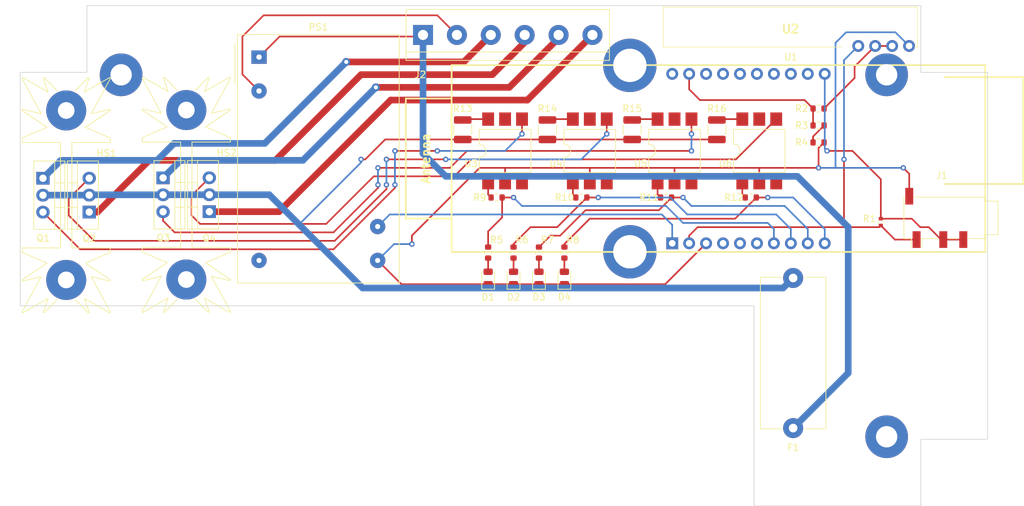
<source format=kicad_pcb>
(kicad_pcb (version 20221018) (generator pcbnew)
  (layers (0 "F.Cu" signal) (31 "B.Cu" signal) (34 "B.Paste" user) (35 "F.Paste" user) (36 "B.SilkS" user "B.Silkscreen") (37 "F.SilkS" user "F.Silkscreen") (38 "B.Mask" user) (39 "F.Mask" user) (44 "Edge.Cuts" user))
  (net 0 "")
  (net 1 "GND")
  (net 2 "Net-(D1-A)")
  (net 3 "Net-(D2-A)")
  (net 4 "Net-(D3-A)")
  (net 5 "Net-(D4-A)")
  (net 6 "LINE")
  (net 7 "Net-(Q1-A2)")
  (net 8 "Net-(U1-GPIO13)")
  (net 9 "+3V3")
  (net 10 "NEUT")
  (net 11 "Net-(J2-Pin_3)")
  (net 12 "Net-(J2-Pin_4)")
  (net 13 "Net-(J2-Pin_5)")
  (net 14 "Net-(J2-Pin_6)")
  (net 16 "+5V")
  (net 17 "Net-(Q1-G)")
  (net 18 "Net-(Q2-G)")
  (net 19 "Net-(Q3-G)")
  (net 20 "Net-(Q4-G)")
  (net 21 "Net-(U1-GPIO36)")
  (net 22 "Net-(R2-Pad2)")
  (net 23 "Net-(R3-Pad2)")
  (net 24 "Net-(U1-GPIO2)")
  (net 25 "Net-(U1-GPIO3)")
  (net 26 "Net-(U1-GPIO4)")
  (net 27 "Net-(U1-GPIO5)")
  (net 28 "Net-(R9-Pad1)")
  (net 29 "Net-(R10-Pad1)")
  (net 30 "Net-(R11-Pad1)")
  (net 31 "Net-(R12-Pad1)")
  (net 32 "Net-(R13-Pad2)")
  (net 33 "Net-(R14-Pad2)")
  (net 34 "Net-(R15-Pad2)")
  (net 35 "Net-(R16-Pad2)")
  (footprint "Diode_SMD:D_0805_2012Metric" (layer "F.Cu") (at 160.97 91.93 90)
    (fp_text reference "D4" (at -2.84 0 180) (layer "F.SilkS"))
    (fp_text value "LED")
    (pad "1" smd roundrect (at -0.9375 0 90) (size 0.975 1.4) (layers "F.Cu" "F.Paste" "F.Mask") (net 1 "GND"))
    (pad "2" smd roundrect (at 0.9375 0 90) (size 0.975 1.4) (layers "F.Cu" "F.Paste" "F.Mask") (net 5 "Net-(D4-A)"))
  )
  (footprint "Diode_SMD:D_0805_2012Metric" (layer "F.Cu") (at 149.54 91.93 90)
    (fp_text reference "D1" (at -2.8725 0 180) (layer "F.SilkS"))
    (fp_text value "LED")
    (pad "1" smd roundrect (at -0.9375 0 90) (size 0.975 1.4) (layers "F.Cu" "F.Paste" "F.Mask") (net 1 "GND"))
    (pad "2" smd roundrect (at 0.9375 0 90) (size 0.975 1.4) (layers "F.Cu" "F.Paste" "F.Mask") (net 2 "Net-(D1-A)"))
  )
  (footprint "TerminalBlock:TerminalBlock_bornier-6_P5.08mm" (layer "F.Cu") (at 139.78 55.5)
    (fp_text reference "J2" (at -0.4 5.95) (layer "F.SilkS"))
    (fp_text value "Main + Sorties")
    (pad "1" thru_hole rect (at 0 0) (size 3 3) (drill 1.52) (layers "*.Cu" "*.Mask") (net 6 "LINE"))
    (pad "2" thru_hole circle (at 5.08 0) (size 3 3) (drill 1.52) (layers "*.Cu" "*.Mask") (net 10 "NEUT"))
    (pad "3" thru_hole circle (at 10.16 0) (size 3 3) (drill 1.52) (layers "*.Cu" "*.Mask") (net 11 "Net-(J2-Pin_3)"))
    (pad "4" thru_hole circle (at 15.24 0) (size 3 3) (drill 1.52) (layers "*.Cu" "*.Mask") (net 12 "Net-(J2-Pin_4)"))
    (pad "5" thru_hole circle (at 20.32 0) (size 3 3) (drill 1.52) (layers "*.Cu" "*.Mask") (net 13 "Net-(J2-Pin_5)"))
    (pad "6" thru_hole circle (at 25.4 0) (size 3 3) (drill 1.52) (layers "*.Cu" "*.Mask") (net 14 "Net-(J2-Pin_6)"))
  )
  (footprint "Resistor_SMD:R_1210_3225Metric" (layer "F.Cu") (at 158.43 69.705 90)
    (fp_text reference "R14" (at 3.175 0 180) (layer "F.SilkS"))
    (fp_text value "360Ω/0.5W")
    (pad "1" smd roundrect (at -1.4625 0 90) (size 1.125 2.65) (layers "F.Cu" "F.Paste" "F.Mask") (roundrect_rratio 0.2222222222) (net 7 "Net-(Q1-A2)"))
    (pad "2" smd roundrect (at 1.4625 0 90) (size 1.125 2.65) (layers "F.Cu" "F.Paste" "F.Mask") (roundrect_rratio 0.2222222222) (net 33 "Net-(R14-Pad2)"))
  )
  (footprint "" (layer "F.Cu") (at 209.275 115.725)
    (fp_text reference "" (at 0 0) (layer "F.SilkS") (effects (font (size 1.27 1.27))))
    (fp_text value "" (at 0 0) (layer "F.SilkS") (effects (font (size 1.27 1.27))))
    (pad "1" thru_hole circle (at 0 0) (size 6.4 6.4) (drill 3.2) (layers "*.Cu" "*.Mask"))
  )
  (footprint "Resistor_SMD:R_0603_1608Metric" (layer "F.Cu") (at 199.07 69.07)
    (fp_text reference "R3" (at -2.54 0) (layer "F.SilkS"))
    (fp_text value "10KΩ")
    (pad "1" smd roundrect (at -0.825 0) (size 0.8 0.95) (layers "F.Cu" "F.Paste" "F.Mask") (net 21 "Net-(U1-GPIO36)"))
    (pad "2" smd roundrect (at 0.825 0) (size 0.8 0.95) (layers "F.Cu" "F.Paste" "F.Mask") (net 23 "Net-(R3-Pad2)"))
  )
  (footprint "mylife-footprints:ESP32-POE" (layer "F.Cu") (at 187.165 73.99 90)
    (fp_text reference "U1" (at 15.2 7.75 unlocked) (layer "F.SilkS"))
    (fp_text value "ESP32-POE")
    (fp_text user "Antenna" (at -0.04 -46.965 90) (layer "F.SilkS") (effects (font (size 1.27 1.27) (thickness 0.254))))
    (pad "1" thru_hole rect (at -12.74 -10.03) (size 1.778 1.778) (drill 1) (layers "*.Cu" "*.Mask") (net 16 "+5V"))
    (pad "2" thru_hole circle (at -12.74 -7.49) (size 1.778 1.778) (drill 1) (layers "*.Cu" "*.Mask") (net 9 "+3V3"))
    (pad "3" thru_hole circle (at -12.74 -4.95) (size 1.778 1.778) (drill 1) (layers "*.Cu" "*.Mask") (net 1 "GND"))
    (pad "4" thru_hole circle (at -12.74 -2.41) (size 1.778 1.778) (drill 1) (layers "*.Cu" "*.Mask"))
    (pad "5" thru_hole circle (at -12.74 0.13) (size 1.778 1.778) (drill 1) (layers "*.Cu" "*.Mask"))
    (pad "6" thru_hole circle (at -12.74 2.67) (size 1.778 1.778) (drill 1) (layers "*.Cu" "*.Mask"))
    (pad "7" thru_hole circle (at -12.74 5.21) (size 1.778 1.778) (drill 1) (layers "*.Cu" "*.Mask") (net 24 "Net-(U1-GPIO2)"))
    (pad "8" thru_hole circle (at -12.74 7.75) (size 1.778 1.778) (drill 1) (layers "*.Cu" "*.Mask") (net 25 "Net-(U1-GPIO3)"))
    (pad "9" thru_hole circle (at -12.74 10.29) (size 1.778 1.778) (drill 1) (layers "*.Cu" "*.Mask") (net 26 "Net-(U1-GPIO4)"))
    (pad "10" thru_hole circle (at -12.74 12.83) (size 1.778 1.778) (drill 1) (layers "*.Cu" "*.Mask") (net 27 "Net-(U1-GPIO5)"))
    (pad "11" thru_hole circle (at 12.66 12.83) (size 1.778 1.778) (drill 1) (layers "*.Cu" "*.Mask") (net 8 "Net-(U1-GPIO13)"))
    (pad "12" thru_hole circle (at 12.66 10.29) (size 1.778 1.778) (drill 1) (layers "*.Cu" "*.Mask"))
    (pad "13" thru_hole circle (at 12.66 7.75) (size 1.778 1.778) (drill 1) (layers "*.Cu" "*.Mask"))
    (pad "14" thru_hole circle (at 12.66 5.21) (size 1.778 1.778) (drill 1) (layers "*.Cu" "*.Mask"))
    (pad "15" thru_hole circle (at 12.66 2.67) (size 1.778 1.778) (drill 1) (layers "*.Cu" "*.Mask"))
    (pad "16" thru_hole circle (at 12.66 0.13) (size 1.778 1.778) (drill 1) (layers "*.Cu" "*.Mask"))
    (pad "17" thru_hole circle (at 12.66 -2.41) (size 1.778 1.778) (drill 1) (layers "*.Cu" "*.Mask"))
    (pad "18" thru_hole circle (at 12.66 -4.95) (size 1.778 1.778) (drill 1) (layers "*.Cu" "*.Mask"))
    (pad "19" thru_hole circle (at 12.66 -7.49) (size 1.778 1.778) (drill 1) (layers "*.Cu" "*.Mask") (net 21 "Net-(U1-GPIO36)"))
    (pad "20" thru_hole circle (at 12.66 -10.03) (size 1.778 1.778) (drill 1) (layers "*.Cu" "*.Mask"))
  )
  (footprint "Resistor_SMD:R_0603_1608Metric" (layer "F.Cu") (at 150.81 79.865)
    (fp_text reference "R9" (at -2.54 0) (layer "F.SilkS"))
    (fp_text value "220Ω")
    (pad "1" smd roundrect (at -0.825 0) (size 0.8 0.95) (layers "F.Cu" "F.Paste" "F.Mask") (net 28 "Net-(R9-Pad1)"))
    (pad "2" smd roundrect (at 0.825 0) (size 0.8 0.95) (layers "F.Cu" "F.Paste" "F.Mask") (net 24 "Net-(U1-GPIO2)"))
  )
  (footprint "Diode_SMD:D_0805_2012Metric" (layer "F.Cu") (at 157.16 91.93 90)
    (fp_text reference "D3" (at -2.84 0 180) (layer "F.SilkS"))
    (fp_text value "LED")
    (pad "1" smd roundrect (at -0.9375 0 90) (size 0.975 1.4) (layers "F.Cu" "F.Paste" "F.Mask") (net 1 "GND"))
    (pad "2" smd roundrect (at 0.9375 0 90) (size 0.975 1.4) (layers "F.Cu" "F.Paste" "F.Mask") (net 4 "Net-(D3-A)"))
  )
  (footprint "Resistor_SMD:R_1210_3225Metric" (layer "F.Cu") (at 171.13 69.705 90)
    (fp_text reference "R15" (at 3.175 0 180) (layer "F.SilkS"))
    (fp_text value "360Ω/0.5W")
    (pad "1" smd roundrect (at -1.4625 0 90) (size 1.125 2.65) (layers "F.Cu" "F.Paste" "F.Mask") (roundrect_rratio 0.2222222222) (net 7 "Net-(Q1-A2)"))
    (pad "2" smd roundrect (at 1.4625 0 90) (size 1.125 2.65) (layers "F.Cu" "F.Paste" "F.Mask") (roundrect_rratio 0.2222222222) (net 34 "Net-(R15-Pad2)"))
  )
  (footprint "Resistor_SMD:R_0603_1608Metric" (layer "F.Cu") (at 163.51 79.865)
    (fp_text reference "R10" (at -2.54 0) (layer "F.SilkS"))
    (fp_text value "220Ω")
    (pad "1" smd roundrect (at -0.825 0) (size 0.8 0.95) (layers "F.Cu" "F.Paste" "F.Mask") (net 29 "Net-(R10-Pad1)"))
    (pad "2" smd roundrect (at 0.825 0) (size 0.8 0.95) (layers "F.Cu" "F.Paste" "F.Mask") (net 25 "Net-(U1-GPIO3)"))
  )
  (footprint "Connector_Audio:Jack_3.5mm_PJ320D_Horizontal" (layer "F.Cu") (at 217.588 82.92 180)
    (fp_text reference "J1" (at 0.05 6.35 180) (layer "F.SilkS"))
    (fp_text value "3.5mm headphone jack")
    (pad "" np_thru_hole circle (at -4.775 0 180) (size 1.5 1.5) (drill 1.5) (layers "*.Cu" "*.Mask"))
    (pad "" np_thru_hole circle (at 2.225 0 180) (size 1.5 1.5) (drill 1.5) (layers "*.Cu" "*.Mask"))
    (pad "R1" smd rect (at -0.175 -3.25 180) (size 1.2 2.5) (layers "F.Cu" "F.Paste" "F.Mask") (net 8 "Net-(U1-GPIO13)"))
    (pad "R2" smd rect (at -3.175 -3.25 180) (size 1.2 2.5) (layers "F.Cu" "F.Paste" "F.Mask") (net 8 "Net-(U1-GPIO13)"))
    (pad "S" smd rect (at 4.925 3.25 180) (size 1.2 2.5) (layers "F.Cu" "F.Paste" "F.Mask") (net 1 "GND"))
    (pad "T" smd rect (at 3.825 -3.25 180) (size 1.2 2.5) (layers "F.Cu" "F.Paste" "F.Mask") (net 9 "+3V3"))
  )
  (footprint "" (layer "F.Cu") (at 94.525 61.475)
    (fp_text reference "" (at 0 0) (layer "F.SilkS") (effects (font (size 1.27 1.27))))
    (fp_text value "" (at 0 0) (layer "F.SilkS") (effects (font (size 1.27 1.27))))
    (pad "1" thru_hole circle (at 0 0) (size 6.4 6.4) (drill 3.2) (layers "*.Cu" "*.Mask"))
  )
  (footprint "Package_DIP:SMDIP-6_W9.53mm" (layer "F.Cu") (at 177.48 72.88 90)
    (fp_text reference "U5" (at -1.905 -5.08 180) (layer "F.SilkS"))
    (fp_text value "MOC3021S")
    (pad "1" smd rect (at -4.765 -2.54 90) (size 2 1.78) (layers "F.Cu" "F.Paste" "F.Mask") (net 30 "Net-(R11-Pad1)"))
    (pad "2" smd rect (at -4.765 0 90) (size 2 1.78) (layers "F.Cu" "F.Paste" "F.Mask") (net 1 "GND"))
    (pad "3" smd rect (at -4.765 2.54 90) (size 2 1.78) (layers "F.Cu" "F.Paste" "F.Mask"))
    (pad "4" smd rect (at 4.765 2.54 90) (size 2 1.78) (layers "F.Cu" "F.Paste" "F.Mask") (net 19 "Net-(Q3-G)"))
    (pad "5" smd rect (at 4.765 0 90) (size 2 1.78) (layers "F.Cu" "F.Paste" "F.Mask"))
    (pad "6" smd rect (at 4.765 -2.54 90) (size 2 1.78) (layers "F.Cu" "F.Paste" "F.Mask") (net 34 "Net-(R15-Pad2)"))
  )
  (footprint "mylife-footprints:QAM-RX10-433" (layer "F.Cu") (at 194.86 54.61)
    (fp_text reference "U2" (at 0 0) (layer "F.SilkS") (effects (font (size 1.27 1.27) (thickness 0.254))))
    (fp_text value "QAM-RX10-433" hide)
    (pad "1" thru_hole circle (at 10.16 2.54 90) (size 1.778 1.778) (drill 1) (layers "*.Cu" "*.Mask") (net 9 "+3V3"))
    (pad "2" thru_hole circle (at 12.7 2.54 90) (size 1.778 1.778) (drill 1) (layers "*.Cu" "*.Mask") (net 22 "Net-(R2-Pad2)"))
    (pad "3" thru_hole circle (at 15.24 2.54 90) (size 1.778 1.778) (drill 1) (layers "*.Cu" "*.Mask") (net 22 "Net-(R2-Pad2)"))
    (pad "4" thru_hole circle (at 17.78 2.54 90) (size 1.778 1.778) (drill 1) (layers "*.Cu" "*.Mask") (net 1 "GND"))
  )
  (footprint "Diode_SMD:D_0805_2012Metric" (layer "F.Cu") (at 153.35 91.93 90)
    (fp_text reference "D2" (at -2.8725 0 180) (layer "F.SilkS"))
    (fp_text value "LED")
    (pad "1" smd roundrect (at -0.9375 0 90) (size 0.975 1.4) (layers "F.Cu" "F.Paste" "F.Mask") (net 1 "GND"))
    (pad "2" smd roundrect (at 0.9375 0 90) (size 0.975 1.4) (layers "F.Cu" "F.Paste" "F.Mask") (net 3 "Net-(D2-A)"))
  )
  (footprint "Package_TO_SOT_THT:TO-220-3_Vertical" (layer "F.Cu") (at 100.815 76.92 -90)
    (fp_text reference "Q3" (at 8.99 -0.035 180) (layer "F.SilkS"))
    (fp_text value "BT136-600E")
    (pad "1" thru_hole rect (at 0 0 270) (size 1.905 2) (drill 1.1) (layers "*.Cu" "*.Mask") (net 13 "Net-(J2-Pin_5)"))
    (pad "2" thru_hole oval (at 2.54 0 270) (size 1.905 2) (drill 1.1) (layers "*.Cu" "*.Mask") (net 7 "Net-(Q1-A2)"))
    (pad "3" thru_hole oval (at 5.08 0 270) (size 1.905 2) (drill 1.1) (layers "*.Cu" "*.Mask") (net 19 "Net-(Q3-G)"))
  )
  (footprint "Resistor_SMD:R_0603_1608Metric" (layer "F.Cu") (at 176.21 79.865)
    (fp_text reference "R11" (at -2.54 0) (layer "F.SilkS"))
    (fp_text value "220Ω")
    (pad "1" smd roundrect (at -0.825 0) (size 0.8 0.95) (layers "F.Cu" "F.Paste" "F.Mask") (net 30 "Net-(R11-Pad1)"))
    (pad "2" smd roundrect (at 0.825 0) (size 0.8 0.95) (layers "F.Cu" "F.Paste" "F.Mask") (net 26 "Net-(U1-GPIO4)"))
  )
  (footprint "Package_TO_SOT_THT:TO-220-3_Vertical" (layer "F.Cu") (at 107.75 81.99 90)
    (fp_text reference "Q4" (at -3.97 0 180) (layer "F.SilkS"))
    (fp_text value "BT136-600E")
    (pad "1" thru_hole rect (at 0 0 90) (size 1.905 2) (drill 1.1) (layers "*.Cu" "*.Mask") (net 14 "Net-(J2-Pin_6)"))
    (pad "2" thru_hole oval (at 2.54 0 90) (size 1.905 2) (drill 1.1) (layers "*.Cu" "*.Mask") (net 7 "Net-(Q1-A2)"))
    (pad "3" thru_hole oval (at 5.08 0 90) (size 1.905 2) (drill 1.1) (layers "*.Cu" "*.Mask") (net 20 "Net-(Q4-G)"))
  )
  (footprint "Package_TO_SOT_THT:TO-220-3_Vertical" (layer "F.Cu") (at 89.745 82.05 90)
    (fp_text reference "Q2" (at -3.97 0 180) (layer "F.SilkS"))
    (fp_text value "BT136-600E")
    (pad "1" thru_hole rect (at 0 0 90) (size 1.905 2) (drill 1.1) (layers "*.Cu" "*.Mask") (net 12 "Net-(J2-Pin_4)"))
    (pad "2" thru_hole oval (at 2.54 0 90) (size 1.905 2) (drill 1.1) (layers "*.Cu" "*.Mask") (net 7 "Net-(Q1-A2)"))
    (pad "3" thru_hole oval (at 5.08 0 90) (size 1.905 2) (drill 1.1) (layers "*.Cu" "*.Mask") (net 18 "Net-(Q2-G)"))
  )
  (footprint "Resistor_SMD:R_0603_1608Metric" (layer "F.Cu") (at 199.07 71.61)
    (fp_text reference "R4" (at -2.54 0) (layer "F.SilkS"))
    (fp_text value "10KΩ")
    (pad "1" smd roundrect (at -0.825 0) (size 0.8 0.95) (layers "F.Cu" "F.Paste" "F.Mask") (net 23 "Net-(R3-Pad2)"))
    (pad "2" smd roundrect (at 0.825 0) (size 0.8 0.95) (layers "F.Cu" "F.Paste" "F.Mask") (net 1 "GND"))
  )
  (footprint "Converter_ACDC:Converter_ACDC_MeanWell_IRM-03-xx_THT" (layer "F.Cu") (at 115.2 58.82)
    (fp_text reference "PS1" (at 8.89 -4.5) (layer "F.SilkS"))
    (fp_text value "Alim RS PRO 5V 1A")
    (pad "1" thru_hole rect (at 0 0) (size 2.3 2) (drill 0.8) (layers "*.Cu" "*.Mask") (net 6 "LINE"))
    (pad "3" thru_hole circle (at 0 5.08) (size 2.3 2.3) (drill 0.8) (layers "*.Cu" "*.Mask") (net 10 "NEUT"))
    (pad "5" thru_hole circle (at 0 30.48) (size 2.3 2.3) (drill 0.76) (layers "*.Cu" "*.Mask"))
    (pad "14" thru_hole circle (at 17.78 30.48) (size 2.3 2.3) (drill 0.76) (layers "*.Cu" "*.Mask") (net 1 "GND"))
    (pad "16" thru_hole circle (at 17.78 25.4) (size 2.3 2.3) (drill 0.76) (layers "*.Cu" "*.Mask") (net 16 "+5V"))
  )
  (footprint "Resistor_SMD:R_1210_3225Metric" (layer "F.Cu") (at 183.83 69.705 90)
    (fp_text reference "R16" (at 3.175 0 180) (layer "F.SilkS"))
    (fp_text value "360Ω/0.5W")
    (pad "1" smd roundrect (at -1.4625 0 90) (size 1.125 2.65) (layers "F.Cu" "F.Paste" "F.Mask") (roundrect_rratio 0.2222222222) (net 7 "Net-(Q1-A2)"))
    (pad "2" smd roundrect (at 1.4625 0 90) (size 1.125 2.65) (layers "F.Cu" "F.Paste" "F.Mask") (roundrect_rratio 0.2222222222) (net 35 "Net-(R16-Pad2)"))
  )
  (footprint "Package_DIP:SMDIP-6_W9.53mm" (layer "F.Cu") (at 190.18 72.88 90)
    (fp_text reference "U6" (at -1.905 -5.08 180) (layer "F.SilkS"))
    (fp_text value "MOC3021S")
    (pad "1" smd rect (at -4.765 -2.54 90) (size 2 1.78) (layers "F.Cu" "F.Paste" "F.Mask") (net 31 "Net-(R12-Pad1)"))
    (pad "2" smd rect (at -4.765 0 90) (size 2 1.78) (layers "F.Cu" "F.Paste" "F.Mask") (net 1 "GND"))
    (pad "3" smd rect (at -4.765 2.54 90) (size 2 1.78) (layers "F.Cu" "F.Paste" "F.Mask"))
    (pad "4" smd rect (at 4.765 2.54 90) (size 2 1.78) (layers "F.Cu" "F.Paste" "F.Mask") (net 20 "Net-(Q4-G)"))
    (pad "5" smd rect (at 4.765 0 90) (size 2 1.78) (layers "F.Cu" "F.Paste" "F.Mask"))
    (pad "6" smd rect (at 4.765 -2.54 90) (size 2 1.78) (layers "F.Cu" "F.Paste" "F.Mask") (net 35 "Net-(R16-Pad2)"))
  )
  (footprint "Heatsink:Heatsink_Fischer_SK104-STC-STIC_35x13mm_2xDrill2.5mm" (layer "F.Cu") (at 86.295 79.52 -90)
    (fp_text reference "HS1" (at -6.3 -6.05) (layer "F.SilkS"))
    (fp_text value "Heatsink (shared by 2 triacs)")
    (pad "1" thru_hole circle (at -12.7 0 90) (size 6 6) (drill 2.5) (layers "*.Cu" "*.Mask"))
    (pad "1" thru_hole circle (at 12.7 0 270) (size 6 6) (drill 2.5) (layers "*.Cu" "*.Mask"))
  )
  (footprint "" (layer "F.Cu") (at 170.785 60.06)
    (fp_text reference "" (at 0 0) (layer "F.SilkS") (effects (font (size 1.27 1.27))))
    (fp_text value "" (at 0 0) (layer "F.SilkS") (effects (font (size 1.27 1.27))))
    (pad "1" thru_hole circle (at 0 0) (size 8 8) (drill 5) (layers "*.Cu" "*.Mask"))
  )
  (footprint "Resistor_SMD:R_0402_1005Metric" (layer "F.Cu") (at 208.4 83.55 90)
    (fp_text reference "R1" (at 0.51 -1.71 180) (layer "F.SilkS"))
    (fp_text value "4.7KΩ")
    (pad "1" smd roundrect (at -0.51 0 90) (size 0.54 0.64) (layers "F.Cu" "F.Paste" "F.Mask") (net 9 "+3V3"))
    (pad "2" smd roundrect (at 0.51 0 90) (size 0.54 0.64) (layers "F.Cu" "F.Paste" "F.Mask") (net 8 "Net-(U1-GPIO13)"))
  )
  (footprint "Resistor_SMD:R_0603_1608Metric" (layer "F.Cu") (at 199.07 66.53)
    (fp_text reference "R2" (at -2.54 0) (layer "F.SilkS"))
    (fp_text value "10KΩ")
    (pad "1" smd roundrect (at -0.825 0) (size 0.8 0.95) (layers "F.Cu" "F.Paste" "F.Mask") (net 21 "Net-(U1-GPIO36)"))
    (pad "2" smd roundrect (at 0.825 0) (size 0.8 0.95) (layers "F.Cu" "F.Paste" "F.Mask") (net 22 "Net-(R2-Pad2)"))
  )
  (footprint "Resistor_SMD:R_1210_3225Metric" (layer "F.Cu") (at 145.73 69.705 90)
    (fp_text reference "R13" (at 3.175 0 180) (layer "F.SilkS"))
    (fp_text value "360Ω/0.5W")
    (pad "1" smd roundrect (at -1.4625 0 90) (size 1.125 2.65) (layers "F.Cu" "F.Paste" "F.Mask") (roundrect_rratio 0.2222222222) (net 7 "Net-(Q1-A2)"))
    (pad "2" smd roundrect (at 1.4625 0 90) (size 1.125 2.65) (layers "F.Cu" "F.Paste" "F.Mask") (roundrect_rratio 0.2222222222) (net 32 "Net-(R13-Pad2)"))
  )
  (footprint "Resistor_SMD:R_0603_1608Metric" (layer "F.Cu") (at 160.97 88.12 -90)
    (fp_text reference "R8" (at -1.905 -1.27 180) (layer "F.SilkS"))
    (fp_text value "330Ω")
    (pad "1" smd roundrect (at -0.825 0 270) (size 0.8 0.95) (layers "F.Cu" "F.Paste" "F.Mask") (net 27 "Net-(U1-GPIO5)"))
    (pad "2" smd roundrect (at 0.825 0 270) (size 0.8 0.95) (layers "F.Cu" "F.Paste" "F.Mask") (net 5 "Net-(D4-A)"))
  )
  (footprint "Package_TO_SOT_THT:TO-220-3_Vertical" (layer "F.Cu") (at 82.81 76.98 -90)
    (fp_text reference "Q1" (at 8.99 -0.035 180) (layer "F.SilkS"))
    (fp_text value "BT136-600E")
    (pad "1" thru_hole rect (at 0 0 270) (size 1.905 2) (drill 1.1) (layers "*.Cu" "*.Mask") (net 11 "Net-(J2-Pin_3)"))
    (pad "2" thru_hole oval (at 2.54 0 270) (size 1.905 2) (drill 1.1) (layers "*.Cu" "*.Mask") (net 7 "Net-(Q1-A2)"))
    (pad "3" thru_hole oval (at 5.08 0 270) (size 1.905 2) (drill 1.1) (layers "*.Cu" "*.Mask") (net 17 "Net-(Q1-G)"))
  )
  (footprint "Resistor_SMD:R_0603_1608Metric" (layer "F.Cu") (at 188.91 79.865)
    (fp_text reference "R12" (at -2.54 0) (layer "F.SilkS"))
    (fp_text value "220Ω")
    (pad "1" smd roundrect (at -0.825 0) (size 0.8 0.95) (layers "F.Cu" "F.Paste" "F.Mask") (net 31 "Net-(R12-Pad1)"))
    (pad "2" smd roundrect (at 0.825 0) (size 0.8 0.95) (layers "F.Cu" "F.Paste" "F.Mask") (net 27 "Net-(U1-GPIO5)"))
  )
  (footprint "Resistor_SMD:R_0603_1608Metric" (layer "F.Cu") (at 153.35 88.12 -90)
    (fp_text reference "R6" (at -1.905 -1.27 180) (layer "F.SilkS"))
    (fp_text value "330Ω")
    (pad "1" smd roundrect (at -0.825 0 270) (size 0.8 0.95) (layers "F.Cu" "F.Paste" "F.Mask") (net 25 "Net-(U1-GPIO3)"))
    (pad "2" smd roundrect (at 0.825 0 270) (size 0.8 0.95) (layers "F.Cu" "F.Paste" "F.Mask") (net 3 "Net-(D2-A)"))
  )
  (footprint "Resistor_SMD:R_0603_1608Metric" (layer "F.Cu") (at 157.16 88.12 -90)
    (fp_text reference "R7" (at -1.905 -1.27 180) (layer "F.SilkS"))
    (fp_text value "330Ω")
    (pad "1" smd roundrect (at -0.825 0 270) (size 0.8 0.95) (layers "F.Cu" "F.Paste" "F.Mask") (net 26 "Net-(U1-GPIO4)"))
    (pad "2" smd roundrect (at 0.825 0 270) (size 0.8 0.95) (layers "F.Cu" "F.Paste" "F.Mask") (net 4 "Net-(D3-A)"))
  )
  (footprint "Resistor_SMD:R_0603_1608Metric" (layer "F.Cu") (at 149.54 88.12 -90)
    (fp_text reference "R5" (at -1.905 -1.27 -180) (layer "F.SilkS"))
    (fp_text value "330Ω")
    (pad "1" smd roundrect (at -0.825 0 270) (size 0.8 0.95) (layers "F.Cu" "F.Paste" "F.Mask") (net 24 "Net-(U1-GPIO2)"))
    (pad "2" smd roundrect (at 0.825 0 270) (size 0.8 0.95) (layers "F.Cu" "F.Paste" "F.Mask") (net 2 "Net-(D1-A)"))
  )
  (footprint "Package_DIP:SMDIP-6_W9.53mm" (layer "F.Cu") (at 164.78 72.88 90)
    (fp_text reference "U4" (at -1.905 -5.08 180) (layer "F.SilkS"))
    (fp_text value "MOC3021S")
    (pad "1" smd rect (at -4.765 -2.54 90) (size 2 1.78) (layers "F.Cu" "F.Paste" "F.Mask") (net 29 "Net-(R10-Pad1)"))
    (pad "2" smd rect (at -4.765 0 90) (size 2 1.78) (layers "F.Cu" "F.Paste" "F.Mask") (net 1 "GND"))
    (pad "3" smd rect (at -4.765 2.54 90) (size 2 1.78) (layers "F.Cu" "F.Paste" "F.Mask"))
    (pad "4" smd rect (at 4.765 2.54 90) (size 2 1.78) (layers "F.Cu" "F.Paste" "F.Mask") (net 18 "Net-(Q2-G)"))
    (pad "5" smd rect (at 4.765 0 90) (size 2 1.78) (layers "F.Cu" "F.Paste" "F.Mask"))
    (pad "6" smd rect (at 4.765 -2.54 90) (size 2 1.78) (layers "F.Cu" "F.Paste" "F.Mask") (net 33 "Net-(R14-Pad2)"))
  )
  (footprint "" (layer "F.Cu") (at 209.275 61.475)
    (fp_text reference "" (at 0 0) (layer "F.SilkS") (effects (font (size 1.27 1.27))))
    (fp_text value "" (at 0 0) (layer "F.SilkS") (effects (font (size 1.27 1.27))))
    (pad "1" thru_hole circle (at 0 0) (size 6.4 6.4) (drill 3.2) (layers "*.Cu" "*.Mask"))
  )
  (footprint "Heatsink:Heatsink_Fischer_SK104-STC-STIC_35x13mm_2xDrill2.5mm" (layer "F.Cu") (at 104.3 79.46 -90)
    (fp_text reference "HS2" (at -6.3 -6.05 180) (layer "F.SilkS"))
    (fp_text value "Heatsink (shared by 2 triacs)")
    (pad "1" thru_hole circle (at -12.7 0 90) (size 6 6) (drill 2.5) (layers "*.Cu" "*.Mask"))
    (pad "1" thru_hole circle (at 12.7 0 270) (size 6 6) (drill 2.5) (layers "*.Cu" "*.Mask"))
  )
  (footprint "Fuse:Fuseholder_Cylinder-5x20mm_Schurter_0031_8201_Horizontal_Open" (layer "F.Cu") (at 195.26 114.43 90)
    (fp_text reference "F1" (at -2.9 0 180) (layer "F.SilkS"))
    (fp_text value "3A")
    (pad "" np_thru_hole circle (at 11.25 0 90) (size 2.7 2.7) (drill 2.7) (layers "*.Cu" "*.Mask"))
    (pad "1" thru_hole circle (at 0 0 90) (size 3 3) (drill 1.3) (layers "*.Cu" "*.Mask") (net 6 "LINE"))
    (pad "2" thru_hole circle (at 22.5 0 90) (size 3 3) (drill 1.3) (layers "*.Cu" "*.Mask") (net 7 "Net-(Q1-A2)"))
  )
  (footprint "Package_DIP:SMDIP-6_W9.53mm" (layer "F.Cu") (at 152.08 72.88 90)
    (fp_text reference "U3" (at -1.905 -5.08 180) (layer "F.SilkS"))
    (fp_text value "MOC3021S")
    (pad "1" smd rect (at -4.765 -2.54 90) (size 2 1.78) (layers "F.Cu" "F.Paste" "F.Mask") (net 28 "Net-(R9-Pad1)"))
    (pad "2" smd rect (at -4.765 0 90) (size 2 1.78) (layers "F.Cu" "F.Paste" "F.Mask") (net 1 "GND"))
    (pad "3" smd rect (at -4.765 2.54 90) (size 2 1.78) (layers "F.Cu" "F.Paste" "F.Mask"))
    (pad "4" smd rect (at 4.765 2.54 90) (size 2 1.78) (layers "F.Cu" "F.Paste" "F.Mask") (net 17 "Net-(Q1-G)"))
    (pad "5" smd rect (at 4.765 0 90) (size 2 1.78) (layers "F.Cu" "F.Paste" "F.Mask"))
    (pad "6" smd rect (at 4.765 -2.54 90) (size 2 1.78) (layers "F.Cu" "F.Paste" "F.Mask") (net 32 "Net-(R13-Pad2)"))
  )
  (footprint "" (layer "F.Cu") (at 170.785 88)
    (fp_text reference "" (at 0 0) (layer "F.SilkS") (effects (font (size 1.27 1.27))))
    (fp_text value "" (at 0 0) (layer "F.SilkS") (effects (font (size 1.27 1.27))))
    (pad "1" thru_hole circle (at 0 0) (size 8 8) (drill 5) (layers "*.Cu" "*.Mask"))
  )
  (gr_poly (pts (xy 79.4 96.1) (xy 79.4 61.1) (xy 89.4 61.1) (xy 89.4 51.1) (xy 214.4 51.1) (xy 214.4 61.1) (xy 224.4 61.1) (xy 224.4 116.1) (xy 214.4 116.1) (xy 214.4 126.1) (xy 189.4 126.1) (xy 189.4 96.1)) (stroke (width 0.1)) (fill none) (layer "Edge.Cuts"))
  (segment (start 212.663 76.313) (end 212.663 79.67) (width 0.25) (layer "F.Cu") (net 1))
  (segment (start 152.08 75.42) (end 148.27 75.42) (width 0.25) (layer "F.Cu") (net 1))
  (segment (start 153.35 92.8675) (end 157.16 92.8675) (width 0.25) (layer "F.Cu") (net 1))
  (segment (start 149.54 92.8675) (end 153.35 92.8675) (width 0.25) (layer "F.Cu") (net 1))
  (segment (start 182.215 86.73) (end 176.0775 92.8675) (width 0.25) (layer "F.Cu") (net 1))
  (segment (start 211.77 75.42) (end 212.663 76.313) (width 0.25) (layer "F.Cu") (net 1))
  (segment (start 152.08 75.42) (end 199.07 75.42) (width 0.25) (layer "F.Cu") (net 1))
  (segment (start 152.08 77.645) (end 152.08 75.42) (width 0.25) (layer "F.Cu") (net 1))
  (segment (start 190.18 75.42) (end 190.18 77.645) (width 0.25) (layer "F.Cu") (net 1))
  (segment (start 164.78 75.42) (end 164.78 77.645) (width 0.25) (layer "F.Cu") (net 1))
  (segment (start 176.0775 92.8675) (end 160.97 92.8675) (width 0.25) (layer "F.Cu") (net 1))
  (segment (start 138.11 85.58) (end 138.11 86.85) (width 0.25) (layer "F.Cu") (net 1))
  (segment (start 157.16 92.8675) (end 160.97 92.8675) (width 0.25) (layer "F.Cu") (net 1))
  (segment (start 136.5475 92.8675) (end 132.98 89.3) (width 0.25) (layer "F.Cu") (net 1))
  (segment (start 149.54 92.8675) (end 136.5475 92.8675) (width 0.25) (layer "F.Cu") (net 1))
  (segment (start 199.895 71.61) (end 199.07 72.435) (width 0.25) (layer "F.Cu") (net 1))
  (segment (start 177.48 77.645) (end 177.48 75.42) (width 0.25) (layer "F.Cu") (net 1))
  (segment (start 138.11 85.58) (end 148.27 75.42) (width 0.25) (layer "F.Cu") (net 1))
  (segment (start 199.07 72.435) (end 199.07 75.42) (width 0.25) (layer "F.Cu") (net 1))
  (via (at 138.11 86.85) (size 0.8) (drill 0.4) (layers "F.Cu" "B.Cu") (net 1))
  (via (at 199.07 75.42) (size 0.8) (drill 0.4) (layers "F.Cu" "B.Cu") (net 1))
  (via (at 211.77 75.42) (size 0.8) (drill 0.4) (layers "F.Cu" "B.Cu") (net 1))
  (segment (start 203.2 55.1) (end 201.61 56.69) (width 0.25) (layer "B.Cu") (net 1))
  (segment (start 201.61 56.69) (end 201.61 75.42) (width 0.25) (layer "B.Cu") (net 1))
  (segment (start 135.43 86.85) (end 132.98 89.3) (width 0.25) (layer "B.Cu") (net 1))
  (segment (start 210.59 55.1) (end 203.2 55.1) (width 0.25) (layer "B.Cu") (net 1))
  (segment (start 138.11 86.85) (end 135.43 86.85) (width 0.25) (layer "B.Cu") (net 1))
  (segment (start 212.64 57.15) (end 210.59 55.1) (width 0.25) (layer "B.Cu") (net 1))
  (segment (start 199.07 75.42) (end 201.61 75.42) (width 0.25) (layer "B.Cu") (net 1))
  (segment (start 201.61 75.42) (end 211.77 75.42) (width 0.25) (layer "B.Cu") (net 1))
  (segment (start 149.54 90.9925) (end 149.54 88.945) (width 0.25) (layer "F.Cu") (net 2))
  (segment (start 153.35 90.9925) (end 153.35 88.945) (width 0.25) (layer "F.Cu") (net 3))
  (segment (start 157.16 90.9925) (end 157.16 88.945) (width 0.25) (layer "F.Cu") (net 4))
  (segment (start 160.97 90.9925) (end 160.97 88.945) (width 0.25) (layer "F.Cu") (net 5))
  (segment (start 139.38 55.735) (end 139.615 55.5) (width 0.25) (layer "F.Cu") (net 6))
  (segment (start 118.285 55.735) (end 139.38 55.735) (width 0.25) (layer "F.Cu") (net 6))
  (segment (start 139.615 55.5) (end 139.78 55.5) (width 0.25) (layer "F.Cu") (net 6))
  (segment (start 115.2 58.82) (end 118.285 55.735) (width 0.25) (layer "F.Cu") (net 6))
  (segment (start 143.19 76.69) (end 139.78 73.28) (width 1) (layer "B.Cu") (net 6))
  (segment (start 195.895 76.69) (end 143.19 76.69) (width 1) (layer "B.Cu") (net 6))
  (segment (start 139.78 73.28) (end 139.78 55.5) (width 1) (layer "B.Cu") (net 6))
  (segment (start 203.515 106.175) (end 203.515 84.31) (width 1) (layer "B.Cu") (net 6))
  (segment (start 203.515 84.31) (end 195.895 76.69) (width 1) (layer "B.Cu") (net 6))
  (segment (start 195.26 114.43) (end 203.515 106.175) (width 1) (layer "B.Cu") (net 6))
  (segment (start 134.1075 71.1675) (end 131.125 74.15) (width 0.25) (layer "F.Cu") (net 7))
  (segment (start 145.73 71.1675) (end 158.43 71.1675) (width 0.25) (layer "F.Cu") (net 7))
  (segment (start 145.73 71.1675) (end 134.1075 71.1675) (width 0.25) (layer "F.Cu") (net 7))
  (segment (start 158.43 71.1675) (end 171.13 71.1675) (width 0.25) (layer "F.Cu") (net 7))
  (segment (start 131.125 74.15) (end 130.49 74.15) (width 0.25) (layer "F.Cu") (net 7))
  (segment (start 183.83 71.1675) (end 171.13 71.1675) (width 0.25) (layer "F.Cu") (net 7))
  (via (at 130.49 74.15) (size 0.8) (drill 0.4) (layers "F.Cu" "B.Cu") (net 7))
  (segment (start 89.795 79.46) (end 89.745 79.51) (width 1) (layer "B.Cu") (net 7))
  (segment (start 130.72 93.43) (end 193.76 93.43) (width 1) (layer "B.Cu") (net 7))
  (segment (start 107.75 79.45) (end 116.74 79.45) (width 1) (layer "B.Cu") (net 7))
  (segment (start 100.825 79.45) (end 100.815 79.46) (width 1) (layer "B.Cu") (net 7))
  (segment (start 107.75 79.45) (end 100.825 79.45) (width 1) (layer "B.Cu") (net 7))
  (segment (start 82.82 79.51) (end 82.81 79.52) (width 1) (layer "B.Cu") (net 7))
  (segment (start 193.76 93.43) (end 195.26 91.93) (width 1) (layer "B.Cu") (net 7))
  (segment (start 116.74 79.45) (end 121.1975 83.9075) (width 1) (layer "B.Cu") (net 7))
  (segment (start 100.815 79.46) (end 89.795 79.46) (width 1) (layer "B.Cu") (net 7))
  (segment (start 130.49 74.615) (end 121.1975 83.9075) (width 0.25) (layer "B.Cu") (net 7))
  (segment (start 121.1975 83.9075) (end 130.72 93.43) (width 1) (layer "B.Cu") (net 7))
  (segment (start 130.49 74.15) (end 130.49 74.615) (width 0.25) (layer "B.Cu") (net 7))
  (segment (start 89.745 79.51) (end 82.82 79.51) (width 1) (layer "B.Cu") (net 7))
  (segment (start 208.4 77.13) (end 208.4 83.04) (width 0.25) (layer "F.Cu") (net 8))
  (segment (start 220.763 86.17) (end 217.763 86.17) (width 0.25) (layer "F.Cu") (net 8))
  (segment (start 204.15 72.88) (end 208.4 77.13) (width 0.25) (layer "F.Cu") (net 8))
  (segment (start 213.04 83.04) (end 208.4 83.04) (width 0.25) (layer "F.Cu") (net 8))
  (segment (start 214.31 84.31) (end 213.04 83.04) (width 0.25) (layer "F.Cu") (net 8))
  (segment (start 217.763 86.17) (end 217.44 86.17) (width 0.25) (layer "F.Cu") (net 8))
  (segment (start 200.34 72.88) (end 204.15 72.88) (width 0.25) (layer "F.Cu") (net 8))
  (segment (start 215.58 84.31) (end 214.31 84.31) (width 0.25) (layer "F.Cu") (net 8))
  (segment (start 217.44 86.17) (end 215.58 84.31) (width 0.25) (layer "F.Cu") (net 8))
  (via (at 200.34 72.88) (size 0.8) (drill 0.4) (layers "F.Cu" "B.Cu") (net 8))
  (segment (start 199.995 61.33) (end 199.995 72.535) (width 0.25) (layer "B.Cu") (net 8))
  (segment (start 199.995 72.535) (end 200.34 72.88) (width 0.25) (layer "B.Cu") (net 8))
  (segment (start 202.88 74.15) (end 202.88 84.31) (width 0.25) (layer "F.Cu") (net 9))
  (segment (start 208.4 84.06) (end 210.51 86.17) (width 0.25) (layer "F.Cu") (net 9))
  (segment (start 179.675 85.58) (end 180.945 84.31) (width 0.25) (layer "F.Cu") (net 9))
  (segment (start 210.51 86.17) (end 213.763 86.17) (width 0.25) (layer "F.Cu") (net 9))
  (segment (start 202.88 84.31) (end 208.15 84.31) (width 0.25) (layer "F.Cu") (net 9))
  (segment (start 180.945 84.31) (end 202.88 84.31) (width 0.25) (layer "F.Cu") (net 9))
  (segment (start 179.675 86.73) (end 179.675 85.58) (width 0.25) (layer "F.Cu") (net 9))
  (segment (start 208.15 84.31) (end 208.4 84.06) (width 0.25) (layer "F.Cu") (net 9))
  (via (at 202.88 74.15) (size 0.8) (drill 0.4) (layers "F.Cu" "B.Cu") (net 9))
  (segment (start 202.88 59.29) (end 202.88 74.15) (width 0.25) (layer "B.Cu") (net 9))
  (segment (start 205.02 57.15) (end 202.88 59.29) (width 0.25) (layer "B.Cu") (net 9))
  (segment (start 115.885 52.56) (end 141.92 52.56) (width 0.25) (layer "F.Cu") (net 10))
  (segment (start 112.71 61.41) (end 112.71 55.735) (width 0.25) (layer "F.Cu") (net 10))
  (segment (start 112.71 55.735) (end 115.885 52.56) (width 0.25) (layer "F.Cu") (net 10))
  (segment (start 141.92 52.56) (end 144.86 55.5) (width 0.25) (layer "F.Cu") (net 10))
  (segment (start 115.2 63.9) (end 112.71 61.41) (width 0.25) (layer "F.Cu") (net 10))
  (segment (start 128.2675 59.545) (end 145.895 59.545) (width 1) (layer "F.Cu") (net 11))
  (segment (start 145.895 59.545) (end 149.94 55.5) (width 1) (layer "F.Cu") (net 11))
  (via (at 128.2675 59.545) (size 1.2) (drill 0.6) (layers "F.Cu" "B.Cu") (net 11))
  (segment (start 116.0575 71.755) (end 128.2675 59.545) (width 1) (layer "B.Cu") (net 11))
  (segment (start 102.463972 71.755) (end 116.0575 71.755) (width 1) (layer "B.Cu") (net 11))
  (segment (start 82.81 76.98) (end 85.495 74.295) (width 1) (layer "B.Cu") (net 11))
  (segment (start 85.495 74.295) (end 99.923972 74.295) (width 1) (layer "B.Cu") (net 11))
  (segment (start 99.923972 74.295) (end 102.463972 71.755) (width 1) (layer "B.Cu") (net 11))
  (segment (start 155.02 56.605) (end 155.02 55.5) (width 1) (layer "F.Cu") (net 12))
  (segment (start 150.175 61.45) (end 155.02 56.605) (width 1) (layer "F.Cu") (net 12))
  (segment (start 117.645 74.295) (end 130.49 61.45) (width 1) (layer "F.Cu") (net 12))
  (segment (start 90.985 82.05) (end 98.74 74.295) (width 1) (layer "F.Cu") (net 12))
  (segment (start 130.49 61.45) (end 150.175 61.45) (width 1) (layer "F.Cu") (net 12))
  (segment (start 89.745 82.05) (end 90.985 82.05) (width 1) (layer "F.Cu") (net 12))
  (segment (start 98.74 74.295) (end 117.645 74.295) (width 1) (layer "F.Cu") (net 12))
  (segment (start 132.7125 63.355) (end 152.715 63.355) (width 1) (layer "F.Cu") (net 13))
  (segment (start 160.1 55.97) (end 160.1 55.5) (width 1) (layer "F.Cu") (net 13))
  (segment (start 152.715 63.355) (end 160.1 55.97) (width 1) (layer "F.Cu") (net 13))
  (via (at 132.7125 63.355) (size 1.2) (drill 0.6) (layers "F.Cu" "B.Cu") (net 13))
  (segment (start 103.44 74.295) (end 121.7725 74.295) (width 1) (layer "B.Cu") (net 13))
  (segment (start 121.7725 74.295) (end 132.7125 63.355) (width 1) (layer "B.Cu") (net 13))
  (segment (start 100.815 76.92) (end 103.44 74.295) (width 1) (layer "B.Cu") (net 13))
  (segment (start 118.205 81.99) (end 107.75 81.99) (width 1) (layer "F.Cu") (net 14))
  (segment (start 155.42 65.26) (end 134.935 65.26) (width 1) (layer "F.Cu") (net 14))
  (segment (start 165.18 55.5) (end 155.42 65.26) (width 1) (layer "F.Cu") (net 14))
  (segment (start 134.935 65.26) (end 118.205 81.99) (width 1) (layer "F.Cu") (net 14))
  (segment (start 134.795 82.405) (end 132.98 84.22) (width 0.25) (layer "B.Cu") (net 16))
  (segment (start 175.575 82.405) (end 134.795 82.405) (width 0.25) (layer "B.Cu") (net 16))
  (segment (start 177.135 86.73) (end 177.135 83.965) (width 0.25) (layer "B.Cu") (net 16))
  (segment (start 177.135 83.965) (end 175.575 82.405) (width 0.25) (layer "B.Cu") (net 16))
  (segment (start 135.57 72.88) (end 141.92 72.88) (width 0.25) (layer "F.Cu") (net 17))
  (segment (start 88.38 87.63) (end 82.81 82.06) (width 0.25) (layer "F.Cu") (net 17))
  (segment (start 154.62 68.115) (end 154.62 70.34) (width 0.25) (layer "F.Cu") (net 17))
  (segment (start 135.57 78.425) (end 126.365 87.63) (width 0.25) (layer "F.Cu") (net 17))
  (segment (start 126.365 87.63) (end 88.38 87.63) (width 0.25) (layer "F.Cu") (net 17))
  (segment (start 135.57 77.96) (end 135.57 78.425) (width 0.25) (layer "F.Cu") (net 17))
  (via (at 154.62 70.34) (size 0.8) (drill 0.4) (layers "F.Cu" "B.Cu") (net 17))
  (via (at 141.92 72.88) (size 0.8) (drill 0.4) (layers "F.Cu" "B.Cu") (net 17))
  (via (at 135.57 77.96) (size 0.8) (drill 0.4) (layers "F.Cu" "B.Cu") (net 17))
  (via (at 135.57 72.88) (size 0.8) (drill 0.4) (layers "F.Cu" "B.Cu") (net 17))
  (segment (start 141.92 72.88) (end 152.08 72.88) (width 0.25) (layer "B.Cu") (net 17))
  (segment (start 154.62 70.34) (end 152.08 72.88) (width 0.25) (layer "B.Cu") (net 17))
  (segment (start 135.57 72.88) (end 135.57 77.96) (width 0.25) (layer "B.Cu") (net 17))
  (segment (start 134.3 77.96) (end 134.3 78.595) (width 0.25) (layer "F.Cu") (net 18))
  (segment (start 167.32 68.115) (end 167.32 70.34) (width 0.25) (layer "F.Cu") (net 18))
  (segment (start 90.485 86.36) (end 86.675 82.55) (width 0.25) (layer "F.Cu") (net 18))
  (segment (start 134.3 74.15) (end 143.19 74.15) (width 0.25) (layer "F.Cu") (net 18))
  (segment (start 86.675 80.04) (end 89.745 76.97) (width 0.25) (layer "F.Cu") (net 18))
  (segment (start 126.535 86.36) (end 134.3 78.595) (width 0.25) (layer "F.Cu") (net 18))
  (segment (start 90.485 86.36) (end 126.535 86.36) (width 0.25) (layer "F.Cu") (net 18))
  (segment (start 86.675 82.55) (end 86.675 80.04) (width 0.25) (layer "F.Cu") (net 18))
  (via (at 134.3 77.96) (size 0.8) (drill 0.4) (layers "F.Cu" "B.Cu") (net 18))
  (via (at 143.19 74.15) (size 0.8) (drill 0.4) (layers "F.Cu" "B.Cu") (net 18))
  (via (at 134.3 74.15) (size 0.8) (drill 0.4) (layers "F.Cu" "B.Cu") (net 18))
  (via (at 167.32 70.34) (size 0.8) (drill 0.4) (layers "F.Cu" "B.Cu") (net 18))
  (segment (start 167.32 70.34) (end 163.51 74.15) (width 0.25) (layer "B.Cu") (net 18))
  (segment (start 143.19 74.15) (end 163.51 74.15) (width 0.25) (layer "B.Cu") (net 18))
  (segment (start 134.3 74.15) (end 134.3 77.96) (width 0.25) (layer "B.Cu") (net 18))
  (segment (start 180.02 68.115) (end 180.02 70.34) (width 0.25) (layer "F.Cu") (net 19))
  (segment (start 133.03 78.425) (end 126.365 85.09) (width 0.25) (layer "F.Cu") (net 19))
  (segment (start 100.815 83.355) (end 100.815 82) (width 0.25) (layer "F.Cu") (net 19))
  (segment (start 102.55 85.09) (end 100.815 83.355) (width 0.25) (layer "F.Cu") (net 19))
  (segment (start 146.365 72.88) (end 180.02 72.88) (width 0.25) (layer "F.Cu") (net 19))
  (segment (start 146.365 72.88) (end 143.825 75.42) (width 0.25) (layer "F.Cu") (net 19))
  (segment (start 133.03 75.42) (end 143.825 75.42) (width 0.25) (layer "F.Cu") (net 19))
  (segment (start 126.365 85.09) (end 102.55 85.09) (width 0.25) (layer "F.Cu") (net 19))
  (segment (start 133.03 77.96) (end 133.03 78.425) (width 0.25) (layer "F.Cu") (net 19))
  (via (at 180.02 70.34) (size 0.8) (drill 0.4) (layers "F.Cu" "B.Cu") (net 19))
  (via (at 180.02 72.88) (size 0.8) (drill 0.4) (layers "F.Cu" "B.Cu") (net 19))
  (via (at 133.03 75.42) (size 0.8) (drill 0.4) (layers "F.Cu" "B.Cu") (net 19))
  (via (at 133.03 77.96) (size 0.8) (drill 0.4) (layers "F.Cu" "B.Cu") (net 19))
  (segment (start 133.03 75.42) (end 133.03 77.96) (width 0.25) (layer "B.Cu") (net 19))
  (segment (start 180.02 70.34) (end 180.02 72.88) (width 0.25) (layer "B.Cu") (net 19))
  (segment (start 105.09 79.57) (end 107.75 76.91) (width 0.25) (layer "F.Cu") (net 20))
  (segment (start 132.395 76.69) (end 125.265 83.82) (width 0.25) (layer "F.Cu") (net 20))
  (segment (start 144.46 76.69) (end 132.395 76.69) (width 0.25) (layer "F.Cu") (net 20))
  (segment (start 106.36 83.82) (end 125.265 83.82) (width 0.25) (layer "F.Cu") (net 20))
  (segment (start 192.72 68.115) (end 186.685 74.15) (width 0.25) (layer "F.Cu") (net 20))
  (segment (start 147 74.15) (end 144.46 76.69) (width 0.25) (layer "F.Cu") (net 20))
  (segment (start 106.36 83.82) (end 105.09 82.55) (width 0.25) (layer "F.Cu") (net 20))
  (segment (start 105.09 82.55) (end 105.09 79.57) (width 0.25) (layer "F.Cu") (net 20))
  (segment (start 186.685 74.15) (end 147 74.15) (width 0.25) (layer "F.Cu") (net 20))
  (segment (start 196.975 65.26) (end 198.245 66.53) (width 0.25) (layer "F.Cu") (net 21))
  (segment (start 181.29 65.26) (end 196.975 65.26) (width 0.25) (layer "F.Cu") (net 21))
  (segment (start 198.245 66.53) (end 198.245 69.07) (width 0.25) (layer "F.Cu") (net 21))
  (segment (start 179.675 63.645) (end 181.29 65.26) (width 0.25) (layer "F.Cu") (net 21))
  (segment (start 179.675 61.33) (end 179.675 63.645) (width 0.25) (layer "F.Cu") (net 21))
  (segment (start 207.56 57.15) (end 204.47 60.24) (width 0.25) (layer "F.Cu") (net 22))
  (segment (start 210.1 57.15) (end 207.56 57.15) (width 0.25) (layer "F.Cu") (net 22))
  (segment (start 204.47 60.24) (end 204.47 61.955) (width 0.25) (layer "F.Cu") (net 22))
  (segment (start 204.47 61.955) (end 199.895 66.53) (width 0.25) (layer "F.Cu") (net 22))
  (segment (start 198.245 70.72) (end 199.895 69.07) (width 0.25) (layer "F.Cu") (net 23))
  (segment (start 198.245 71.61) (end 198.245 70.72) (width 0.25) (layer "F.Cu") (net 23))
  (segment (start 153.35 79.865) (end 151.635 79.865) (width 0.25) (layer "F.Cu") (net 24))
  (segment (start 149.54 84.945) (end 151.635 82.85) (width 0.25) (layer "F.Cu") (net 24))
  (segment (start 151.635 82.85) (end 151.635 79.865) (width 0.25) (layer "F.Cu") (net 24))
  (segment (start 149.54 87.295) (end 149.54 84.945) (width 0.25) (layer "F.Cu") (net 24))
  (via (at 153.35 79.865) (size 0.8) (drill 0.4) (layers "F.Cu" "B.Cu") (net 24))
  (segment (start 154.62 81.135) (end 153.35 79.865) (width 0.25) (layer "B.Cu") (net 24))
  (segment (start 176.21 81.135) (end 154.62 81.135) (width 0.25) (layer "B.Cu") (net 24))
  (segment (start 192.375 86.73) (end 192.375 84.6) (width 0.25) (layer "B.Cu") (net 24))
  (segment (start 192.375 84.6) (end 191.45 83.675) (width 0.25) (layer "B.Cu") (net 24))
  (segment (start 191.45 83.675) (end 178.75 83.675) (width 0.25) (layer "B.Cu") (net 24))
  (segment (start 178.75 83.675) (end 176.21 81.135) (width 0.25) (layer "B.Cu") (net 24))
  (segment (start 155.89 84.31) (end 159.89 84.31) (width 0.25) (layer "F.Cu") (net 25))
  (segment (start 153.35 86.85) (end 155.89 84.31) (width 0.25) (layer "F.Cu") (net 25))
  (segment (start 159.89 84.31) (end 164.335 79.865) (width 0.25) (layer "F.Cu") (net 25))
  (segment (start 166.05 79.865) (end 164.335 79.865) (width 0.25) (layer "F.Cu") (net 25))
  (segment (start 153.35 87.295) (end 153.35 86.85) (width 0.25) (layer "F.Cu") (net 25))
  (via (at 166.05 79.865) (size 0.8) (drill 0.4) (layers "F.Cu" "B.Cu") (net 25))
  (segment (start 194.915 84.6) (end 192.72 82.405) (width 0.25) (layer "B.Cu") (net 25))
  (segment (start 176.845 79.865) (end 166.05 79.865) (width 0.25) (layer "B.Cu") (net 25))
  (segment (start 192.72 82.405) (end 179.385 82.405) (width 0.25) (layer "B.Cu") (net 25))
  (segment (start 194.915 86.73) (end 194.915 84.6) (width 0.25) (layer "B.Cu") (net 25))
  (segment (start 179.385 82.405) (end 176.845 79.865) (width 0.25) (layer "B.Cu") (net 25))
  (segment (start 160.335 85.58) (end 158.875 85.58) (width 0.25) (layer "F.Cu") (net 26))
  (segment (start 158.875 85.58) (end 157.16 87.295) (width 0.25) (layer "F.Cu") (net 26))
  (segment (start 175.13 81.77) (end 164.145 81.77) (width 0.25) (layer "F.Cu") (net 26))
  (segment (start 164.145 81.77) (end 160.335 85.58) (width 0.25) (layer "F.Cu") (net 26))
  (segment (start 177.035 79.865) (end 175.13 81.77) (width 0.25) (layer "F.Cu") (net 26))
  (segment (start 178.75 79.865) (end 177.035 79.865) (width 0.25) (layer "F.Cu") (net 26))
  (via (at 178.75 79.865) (size 0.8) (drill 0.4) (layers "F.Cu" "B.Cu") (net 26))
  (segment (start 197.455 86.73) (end 197.455 84.6) (width 0.25) (layer "B.Cu") (net 26))
  (segment (start 180.02 81.135) (end 178.75 79.865) (width 0.25) (layer "B.Cu") (net 26))
  (segment (start 197.455 84.6) (end 193.99 81.135) (width 0.25) (layer "B.Cu") (net 26))
  (segment (start 193.99 81.135) (end 180.02 81.135) (width 0.25) (layer "B.Cu") (net 26))
  (segment (start 186.56 83.04) (end 164.78 83.04) (width 0.25) (layer "F.Cu") (net 27))
  (segment (start 164.78 83.04) (end 160.97 86.85) (width 0.25) (layer "F.Cu") (net 27))
  (segment (start 160.97 86.85) (end 160.97 87.295) (width 0.25) (layer "F.Cu") (net 27))
  (segment (start 189.735 79.865) (end 186.56 83.04) (width 0.25) (layer "F.Cu") (net 27))
  (segment (start 191.45 79.865) (end 189.735 79.865) (width 0.25) (layer "F.Cu") (net 27))
  (via (at 191.45 79.865) (size 0.8) (drill 0.4) (layers "F.Cu" "B.Cu") (net 27))
  (segment (start 195.26 79.865) (end 191.45 79.865) (width 0.25) (layer "B.Cu") (net 27))
  (segment (start 199.995 84.6) (end 195.26 79.865) (width 0.25) (layer "B.Cu") (net 27))
  (segment (start 199.995 86.73) (end 199.995 84.6) (width 0.25) (layer "B.Cu") (net 27))
  (segment (start 149.54 77.645) (end 149.54 79.42) (width 0.25) (layer "F.Cu") (net 28))
  (segment (start 149.54 79.42) (end 149.985 79.865) (width 0.25) (layer "F.Cu") (net 28))
  (segment (start 162.24 79.42) (end 162.685 79.865) (width 0.25) (layer "F.Cu") (net 29))
  (segment (start 162.24 77.645) (end 162.24 79.42) (width 0.25) (layer "F.Cu") (net 29))
  (segment (start 174.94 77.645) (end 174.94 79.42) (width 0.25) (layer "F.Cu") (net 30))
  (segment (start 174.94 79.42) (end 175.385 79.865) (width 0.25) (layer "F.Cu") (net 30))
  (segment (start 187.64 79.42) (end 188.085 79.865) (width 0.25) (layer "F.Cu") (net 31))
  (segment (start 187.64 77.645) (end 187.64 79.42) (width 0.25) (layer "F.Cu") (net 31))
  (segment (start 145.8575 68.115) (end 149.54 68.115) (width 0.25) (layer "F.Cu") (net 32))
  (segment (start 145.73 68.2425) (end 145.8575 68.115) (width 0.25) (layer "F.Cu") (net 32))
  (segment (start 158.43 68.2425) (end 158.5575 68.115) (width 0.25) (layer "F.Cu") (net 33))
  (segment (start 158.5575 68.115) (end 162.24 68.115) (width 0.25) (layer "F.Cu") (net 33))
  (segment (start 171.2575 68.115) (end 174.94 68.115) (width 0.25) (layer "F.Cu") (net 34))
  (segment (start 171.13 68.2425) (end 171.2575 68.115) (width 0.25) (layer "F.Cu") (net 34))
  (segment (start 183.83 68.2425) (end 183.9575 68.115) (width 0.25) (layer "F.Cu") (net 35))
  (segment (start 183.9575 68.115) (end 187.64 68.115) (width 0.25) (layer "F.Cu") (net 35))
)
</source>
